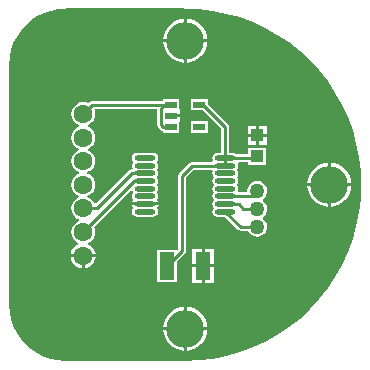
<source format=gtl>
G04 Layer_Physical_Order=1*
G04 Layer_Color=255*
%FSAX24Y24*%
%MOIN*%
G70*
G01*
G75*
%ADD10R,0.0394X0.0236*%
%ADD11R,0.0512X0.0925*%
%ADD12O,0.0709X0.0177*%
%ADD13R,0.0433X0.0433*%
%ADD14C,0.0100*%
%ADD15C,0.0630*%
%ADD16C,0.1260*%
%ADD17C,0.0500*%
G36*
X054950Y025879D02*
X055000Y025869D01*
Y025869D01*
X055002Y025871D01*
X055461Y025853D01*
X055918Y025799D01*
X056371Y025709D01*
X056814Y025583D01*
X057247Y025424D01*
X057665Y025231D01*
X058067Y025006D01*
X058451Y024750D01*
X058813Y024464D01*
X059151Y024151D01*
X059464Y023813D01*
X059750Y023451D01*
X060006Y023067D01*
X060231Y022665D01*
X060424Y022247D01*
X060583Y021814D01*
X060709Y021371D01*
X060799Y020918D01*
X060853Y020461D01*
X060871Y020000D01*
X060853Y019539D01*
X060799Y019082D01*
X060709Y018629D01*
X060583Y018186D01*
X060424Y017753D01*
X060231Y017335D01*
X060006Y016933D01*
X059750Y016549D01*
X059464Y016187D01*
X059151Y015849D01*
X058813Y015536D01*
X058451Y015250D01*
X058067Y014994D01*
X057665Y014769D01*
X057247Y014576D01*
X056814Y014417D01*
X056371Y014291D01*
X055918Y014201D01*
X055461Y014147D01*
X055002Y014129D01*
X055000Y014131D01*
Y014131D01*
X054950Y014121D01*
X054949Y014120D01*
X051052D01*
X051050Y014121D01*
X051000Y014131D01*
Y014131D01*
X050998Y014130D01*
X050756Y014146D01*
X050516Y014193D01*
X050284Y014272D01*
X050065Y014380D01*
X049861Y014516D01*
X049678Y014678D01*
X049516Y014861D01*
X049380Y015065D01*
X049272Y015284D01*
X049193Y015516D01*
X049146Y015756D01*
X049130Y015998D01*
X049131Y016000D01*
X049131D01*
X049121Y016050D01*
X049120Y016051D01*
Y023949D01*
X049121Y023950D01*
X049131Y024000D01*
X049131D01*
X049130Y024002D01*
X049146Y024244D01*
X049193Y024484D01*
X049272Y024716D01*
X049380Y024935D01*
X049516Y025139D01*
X049678Y025322D01*
X049861Y025484D01*
X050065Y025620D01*
X050284Y025728D01*
X050516Y025807D01*
X050756Y025854D01*
X050998Y025870D01*
X051000Y025869D01*
Y025869D01*
X051050Y025879D01*
X051052Y025880D01*
X054949D01*
X054950Y025879D01*
D02*
G37*
%LPC*%
G36*
X055952Y017863D02*
X055646D01*
Y017350D01*
X055952D01*
Y017863D01*
D02*
G37*
G36*
X055546D02*
X055241D01*
Y017350D01*
X055546D01*
Y017863D01*
D02*
G37*
G36*
X051550Y017585D02*
X051188D01*
X051196Y017527D01*
X051238Y017426D01*
X051304Y017339D01*
X051391Y017273D01*
X051492Y017231D01*
X051550Y017223D01*
Y017585D01*
D02*
G37*
G36*
X060529Y019950D02*
X059850D01*
Y019271D01*
X059943Y019281D01*
X060081Y019322D01*
X060207Y019390D01*
X060319Y019481D01*
X060410Y019593D01*
X060478Y019719D01*
X060519Y019857D01*
X060529Y019950D01*
D02*
G37*
G36*
X059750D02*
X059071D01*
X059081Y019857D01*
X059122Y019719D01*
X059190Y019593D01*
X059281Y019481D01*
X059393Y019390D01*
X059519Y019322D01*
X059657Y019281D01*
X059750Y019271D01*
Y019950D01*
D02*
G37*
G36*
X054110Y019310D02*
X053661D01*
X053213D01*
X053218Y019287D01*
X053260Y019224D01*
X053270Y019217D01*
X053238Y019170D01*
X053225Y019104D01*
X053238Y019039D01*
X053275Y018984D01*
X053330Y018947D01*
X053396Y018934D01*
X053927D01*
X053992Y018947D01*
X054048Y018984D01*
X054085Y019039D01*
X054098Y019104D01*
X054085Y019170D01*
X054053Y019217D01*
X054063Y019224D01*
X054105Y019287D01*
X054110Y019310D01*
D02*
G37*
G36*
X052012Y017585D02*
X051650D01*
Y017223D01*
X051708Y017231D01*
X051809Y017273D01*
X051896Y017339D01*
X051962Y017426D01*
X052004Y017527D01*
X052012Y017585D01*
D02*
G37*
G36*
X054950Y015929D02*
X054857Y015919D01*
X054719Y015878D01*
X054593Y015810D01*
X054481Y015719D01*
X054390Y015607D01*
X054322Y015481D01*
X054281Y015343D01*
X054271Y015250D01*
X054950D01*
Y015929D01*
D02*
G37*
G36*
X055729Y015150D02*
X055050D01*
Y014471D01*
X055143Y014481D01*
X055281Y014522D01*
X055407Y014590D01*
X055519Y014681D01*
X055610Y014793D01*
X055678Y014919D01*
X055719Y015057D01*
X055729Y015150D01*
D02*
G37*
G36*
X054950D02*
X054271D01*
X054281Y015057D01*
X054322Y014919D01*
X054390Y014793D01*
X054481Y014681D01*
X054593Y014590D01*
X054719Y014522D01*
X054857Y014481D01*
X054950Y014471D01*
Y015150D01*
D02*
G37*
G36*
X055952Y017250D02*
X055646D01*
Y016738D01*
X055952D01*
Y017250D01*
D02*
G37*
G36*
X055546D02*
X055241D01*
Y016738D01*
X055546D01*
Y017250D01*
D02*
G37*
G36*
X055050Y015929D02*
Y015250D01*
X055729D01*
X055719Y015343D01*
X055678Y015481D01*
X055610Y015607D01*
X055519Y015719D01*
X055407Y015810D01*
X055281Y015878D01*
X055143Y015919D01*
X055050Y015929D01*
D02*
G37*
G36*
X054950Y024750D02*
X054271D01*
X054281Y024657D01*
X054322Y024519D01*
X054390Y024393D01*
X054481Y024281D01*
X054593Y024190D01*
X054719Y024122D01*
X054857Y024081D01*
X054950Y024071D01*
Y024750D01*
D02*
G37*
G36*
X054803Y022871D02*
X054252D01*
Y022781D01*
X051890D01*
X051840Y022771D01*
X051798Y022743D01*
X051770Y022715D01*
X051703Y022743D01*
X051600Y022757D01*
X051497Y022743D01*
X051401Y022704D01*
X051319Y022640D01*
X051256Y022558D01*
X051216Y022462D01*
X051203Y022360D01*
X051216Y022257D01*
X051256Y022161D01*
X051319Y022079D01*
X051401Y022016D01*
X051456Y021993D01*
Y021939D01*
X051401Y021916D01*
X051319Y021853D01*
X051256Y021771D01*
X051216Y021675D01*
X051203Y021572D01*
X051216Y021469D01*
X051256Y021374D01*
X051319Y021291D01*
X051401Y021228D01*
X051450Y021208D01*
Y021154D01*
X051401Y021134D01*
X051319Y021071D01*
X051256Y020989D01*
X051216Y020893D01*
X051203Y020790D01*
X051216Y020687D01*
X051256Y020591D01*
X051319Y020509D01*
X051401Y020446D01*
X051459Y020422D01*
Y020368D01*
X051401Y020344D01*
X051319Y020281D01*
X051256Y020199D01*
X051216Y020103D01*
X051203Y020000D01*
X051216Y019897D01*
X051256Y019801D01*
X051319Y019719D01*
X051401Y019656D01*
X051459Y019632D01*
Y019578D01*
X051401Y019554D01*
X051319Y019491D01*
X051256Y019409D01*
X051216Y019313D01*
X051203Y019210D01*
X051216Y019107D01*
X051256Y019011D01*
X051319Y018929D01*
X051401Y018866D01*
X051456Y018843D01*
Y018789D01*
X051401Y018767D01*
X051319Y018703D01*
X051256Y018621D01*
X051216Y018525D01*
X051203Y018423D01*
X051216Y018320D01*
X051256Y018224D01*
X051319Y018142D01*
X051401Y018079D01*
X051428Y018067D01*
X051428Y018013D01*
X051391Y017998D01*
X051304Y017931D01*
X051238Y017844D01*
X051196Y017744D01*
X051188Y017685D01*
X051600D01*
X052012D01*
X052004Y017744D01*
X051962Y017844D01*
X051896Y017931D01*
X051809Y017998D01*
X051772Y018013D01*
X051772Y018067D01*
X051799Y018079D01*
X051881Y018142D01*
X051944Y018224D01*
X051984Y018320D01*
X051997Y018423D01*
X051984Y018525D01*
X051956Y018593D01*
X053185Y019822D01*
X053234Y019812D01*
X053239Y019805D01*
X053254Y019783D01*
X053272Y019744D01*
X053254Y019705D01*
X053238Y019681D01*
X053225Y019616D01*
X053238Y019551D01*
X053270Y019503D01*
X053260Y019496D01*
X053218Y019434D01*
X053213Y019410D01*
X053661D01*
X054110D01*
X054105Y019434D01*
X054063Y019496D01*
X054053Y019503D01*
X054085Y019551D01*
X054098Y019616D01*
X054085Y019681D01*
X054069Y019705D01*
X054051Y019744D01*
X054069Y019783D01*
X054085Y019807D01*
X054098Y019872D01*
X054085Y019937D01*
X054048Y019993D01*
Y020007D01*
X054085Y020063D01*
X054098Y020128D01*
X054085Y020193D01*
X054069Y020217D01*
X054051Y020256D01*
X054069Y020295D01*
X054085Y020319D01*
X054098Y020384D01*
X054085Y020449D01*
X054048Y020504D01*
Y020519D01*
X054085Y020574D01*
X054098Y020640D01*
X054085Y020705D01*
X054069Y020729D01*
X054051Y020768D01*
X054069Y020806D01*
X054085Y020830D01*
X054098Y020896D01*
X054085Y020961D01*
X054048Y021016D01*
X053992Y021053D01*
X053927Y021066D01*
X053396D01*
X053330Y021053D01*
X053275Y021016D01*
X053238Y020961D01*
X053225Y020896D01*
X053238Y020830D01*
X053254Y020806D01*
X053272Y020768D01*
X053254Y020729D01*
X053238Y020705D01*
X053225Y020640D01*
X053238Y020574D01*
X053244Y020565D01*
X053218Y020515D01*
X053217D01*
X053167Y020505D01*
X053124Y020477D01*
X052015Y019368D01*
X051956Y019379D01*
X051944Y019409D01*
X051881Y019491D01*
X051799Y019554D01*
X051741Y019578D01*
Y019632D01*
X051799Y019656D01*
X051881Y019719D01*
X051944Y019801D01*
X051984Y019897D01*
X051997Y020000D01*
X051984Y020103D01*
X051944Y020199D01*
X051881Y020281D01*
X051799Y020344D01*
X051741Y020368D01*
Y020422D01*
X051799Y020446D01*
X051881Y020509D01*
X051944Y020591D01*
X051984Y020687D01*
X051997Y020790D01*
X051984Y020893D01*
X051944Y020989D01*
X051881Y021071D01*
X051799Y021134D01*
X051750Y021154D01*
Y021208D01*
X051799Y021228D01*
X051881Y021291D01*
X051944Y021374D01*
X051984Y021469D01*
X051997Y021572D01*
X051984Y021675D01*
X051944Y021771D01*
X051881Y021853D01*
X051799Y021916D01*
X051744Y021939D01*
Y021993D01*
X051799Y022016D01*
X051881Y022079D01*
X051944Y022161D01*
X051984Y022257D01*
X051997Y022360D01*
X051984Y022462D01*
X051977Y022477D01*
X052005Y022519D01*
X054069D01*
Y022000D01*
X054079Y021950D01*
X054107Y021907D01*
X054181Y021833D01*
X054224Y021805D01*
X054252Y021799D01*
Y021729D01*
X054803D01*
Y022082D01*
X054824D01*
Y022250D01*
X054528D01*
Y022350D01*
X054824D01*
Y022518D01*
X054803D01*
Y022871D01*
D02*
G37*
G36*
X055748Y022123D02*
X055197D01*
Y021729D01*
X055748D01*
Y022123D01*
D02*
G37*
G36*
X055050Y025529D02*
Y024850D01*
X055729D01*
X055719Y024943D01*
X055678Y025081D01*
X055610Y025207D01*
X055519Y025319D01*
X055407Y025410D01*
X055281Y025478D01*
X055143Y025519D01*
X055050Y025529D01*
D02*
G37*
G36*
X054950D02*
X054857Y025519D01*
X054719Y025478D01*
X054593Y025410D01*
X054481Y025319D01*
X054390Y025207D01*
X054322Y025081D01*
X054281Y024943D01*
X054271Y024850D01*
X054950D01*
Y025529D01*
D02*
G37*
G36*
X055729Y024750D02*
X055050D01*
Y024071D01*
X055143Y024081D01*
X055281Y024122D01*
X055407Y024190D01*
X055519Y024281D01*
X055610Y024393D01*
X055678Y024519D01*
X055719Y024657D01*
X055729Y024750D01*
D02*
G37*
G36*
X057717Y021971D02*
X057450D01*
Y021704D01*
X057717D01*
Y021971D01*
D02*
G37*
G36*
X055748Y022871D02*
X055197D01*
Y022477D01*
X055598D01*
X056207Y021868D01*
Y021066D01*
X056073D01*
X056008Y021053D01*
X055952Y021016D01*
X055915Y020961D01*
X055902Y020896D01*
X055915Y020830D01*
X055921Y020821D01*
X055895Y020771D01*
X055240D01*
X055190Y020761D01*
X055147Y020733D01*
X054807Y020393D01*
X054779Y020350D01*
X054769Y020300D01*
Y017870D01*
X054730Y017842D01*
X054061D01*
Y016759D01*
X054730D01*
Y017449D01*
X054993Y017712D01*
X055021Y017755D01*
X055031Y017805D01*
Y020246D01*
X055294Y020508D01*
X055895D01*
X055921Y020459D01*
X055915Y020449D01*
X055902Y020384D01*
X055915Y020319D01*
X055931Y020295D01*
X055949Y020256D01*
X055931Y020217D01*
X055915Y020193D01*
X055902Y020128D01*
X055915Y020063D01*
X055952Y020007D01*
Y019993D01*
X055915Y019937D01*
X055902Y019872D01*
X055915Y019807D01*
X055931Y019783D01*
X055949Y019744D01*
X055931Y019705D01*
X055915Y019681D01*
X055902Y019616D01*
X055915Y019551D01*
X055952Y019496D01*
Y019481D01*
X055915Y019426D01*
X055902Y019360D01*
X055915Y019295D01*
X055931Y019271D01*
X055949Y019232D01*
X055931Y019194D01*
X055915Y019170D01*
X055902Y019104D01*
X055915Y019039D01*
X055952Y018984D01*
X056008Y018947D01*
X056073Y018934D01*
X056324D01*
X056750Y018507D01*
X056793Y018479D01*
X056843Y018469D01*
X057099D01*
X057113Y018434D01*
X057166Y018366D01*
X057234Y018313D01*
X057314Y018280D01*
X057400Y018268D01*
X057486Y018280D01*
X057566Y018313D01*
X057634Y018366D01*
X057687Y018434D01*
X057720Y018514D01*
X057732Y018600D01*
X057720Y018686D01*
X057687Y018766D01*
X057634Y018834D01*
X057588Y018870D01*
X057587Y018872D01*
Y018928D01*
X057588Y018930D01*
X057634Y018966D01*
X057687Y019034D01*
X057720Y019114D01*
X057732Y019200D01*
X057720Y019286D01*
X057687Y019366D01*
X057634Y019434D01*
X057588Y019470D01*
X057587Y019472D01*
Y019528D01*
X057588Y019530D01*
X057634Y019566D01*
X057687Y019634D01*
X057720Y019714D01*
X057732Y019800D01*
X057720Y019886D01*
X057687Y019966D01*
X057634Y020034D01*
X057566Y020087D01*
X057486Y020120D01*
X057400Y020132D01*
X057314Y020120D01*
X057234Y020087D01*
X057166Y020034D01*
X057113Y019966D01*
X057080Y019886D01*
X057068Y019800D01*
X057070Y019785D01*
X057037Y019747D01*
X056782D01*
X056756Y019797D01*
X056762Y019807D01*
X056775Y019872D01*
X056762Y019937D01*
X056725Y019993D01*
Y020007D01*
X056762Y020063D01*
X056775Y020128D01*
X056762Y020193D01*
X056746Y020217D01*
X056728Y020256D01*
X056746Y020295D01*
X056762Y020319D01*
X056775Y020384D01*
X056762Y020449D01*
X056725Y020504D01*
Y020519D01*
X056762Y020574D01*
X056775Y020640D01*
X056762Y020705D01*
X056756Y020714D01*
X056782Y020764D01*
X057105D01*
Y020650D01*
X057695D01*
Y021241D01*
X057105D01*
Y021027D01*
X056709D01*
X056670Y021053D01*
X056604Y021066D01*
X056470D01*
Y021922D01*
X056460Y021972D01*
X056431Y022015D01*
X055748Y022698D01*
Y022871D01*
D02*
G37*
G36*
X059850Y020729D02*
Y020050D01*
X060529D01*
X060519Y020143D01*
X060478Y020281D01*
X060410Y020407D01*
X060319Y020519D01*
X060207Y020610D01*
X060081Y020678D01*
X059943Y020719D01*
X059850Y020729D01*
D02*
G37*
G36*
X059750D02*
X059657Y020719D01*
X059519Y020678D01*
X059393Y020610D01*
X059281Y020519D01*
X059190Y020407D01*
X059122Y020281D01*
X059081Y020143D01*
X059071Y020050D01*
X059750D01*
Y020729D01*
D02*
G37*
G36*
X057350Y021971D02*
X057083D01*
Y021704D01*
X057350D01*
Y021971D01*
D02*
G37*
G36*
X057717Y021604D02*
X057450D01*
Y021338D01*
X057717D01*
Y021604D01*
D02*
G37*
G36*
X057350D02*
X057083D01*
Y021338D01*
X057350D01*
Y021604D01*
D02*
G37*
%LPD*%
D10*
X055472Y022674D02*
D03*
Y021926D02*
D03*
X054528D02*
D03*
Y022300D02*
D03*
Y022674D02*
D03*
D11*
X055596Y017300D02*
D03*
X054396D02*
D03*
D12*
X056339Y019104D02*
D03*
Y019360D02*
D03*
Y019616D02*
D03*
Y019872D02*
D03*
Y020128D02*
D03*
Y020384D02*
D03*
Y020640D02*
D03*
Y020896D02*
D03*
X053661Y019104D02*
D03*
Y019360D02*
D03*
Y019616D02*
D03*
Y019872D02*
D03*
Y020128D02*
D03*
Y020384D02*
D03*
Y020640D02*
D03*
Y020896D02*
D03*
D13*
X057400Y021654D02*
D03*
Y020946D02*
D03*
D14*
X054200Y022550D02*
X054300Y022650D01*
X054200Y022000D02*
Y022550D01*
Y022000D02*
X054274Y021926D01*
X051890Y022650D02*
X054300D01*
X054274Y021926D02*
X054528D01*
X055472Y022674D02*
X055587D01*
X056339Y021922D01*
X051600Y022360D02*
X051890Y022650D01*
X056339Y020896D02*
Y021922D01*
X054900Y020300D02*
X055240Y020640D01*
X054900Y017805D02*
Y020300D01*
X054396Y017300D02*
X054900Y017805D01*
X055240Y020640D02*
X056339D01*
X057350Y020896D02*
X057400Y020946D01*
X056339Y020896D02*
X057350D01*
X056339Y020640D02*
Y020896D01*
X056777Y019360D02*
X056938Y019200D01*
X056339Y019360D02*
X056777D01*
X056339Y019616D02*
X057216D01*
X056339Y019104D02*
X056843Y018600D01*
X057400D01*
X056938Y019200D02*
X057400D01*
X057216Y019616D02*
X057400Y019800D01*
X053305Y020128D02*
X053661D01*
X051600Y018423D02*
X053305Y020128D01*
X053217Y020384D02*
X053661D01*
X052043Y019210D02*
X053217Y020384D01*
X051600Y019210D02*
X052043D01*
D15*
X051600Y020790D02*
D03*
Y020000D02*
D03*
Y019210D02*
D03*
Y018423D02*
D03*
Y017635D02*
D03*
Y021572D02*
D03*
Y022360D02*
D03*
D16*
X055000Y024800D02*
D03*
X059800Y020000D02*
D03*
X055000Y015200D02*
D03*
D17*
X057400Y018600D02*
D03*
Y019200D02*
D03*
Y019800D02*
D03*
M02*

</source>
